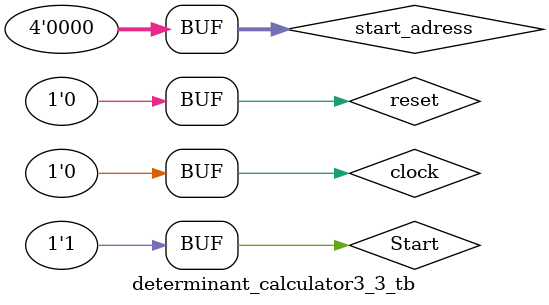
<source format=sv>
`timescale 1ns/1ns
module determinant_calculator3_3_tb();

logic clock,Start,Done,reset;
logic[3:0] start_adress;
logic [15:0] out_put_det3;
logic [3:0] adress;
logic[7:0] data_in;

top_module2 dc(start_adress,data_in,clock,Start,reset,out_put_det3,Done,adress);
ROM  #(8,16) MMRY(adress,data_in);

initial begin
    clock=0;
    Start=0;
    reset=1;
end
initial begin
  repeat(200) #5 clock=~clock;
end

initial begin
#2
start_adress=1;
Start=1;
reset=0;
#10
Start=0;
#500
reset=1;
#1
reset=0;
start_adress=0;
Start=1;

end

endmodule
</source>
